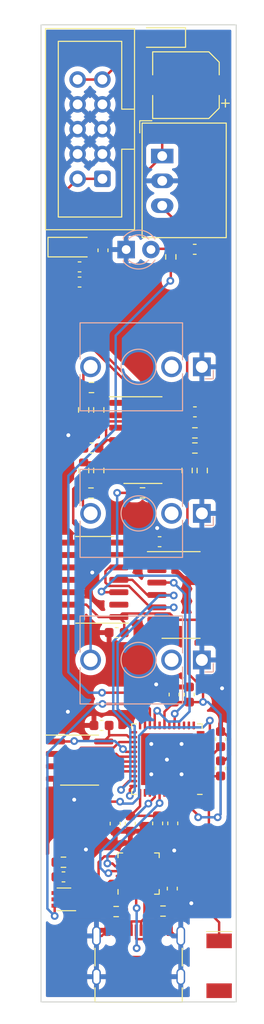
<source format=kicad_pcb>
(kicad_pcb (version 20221018) (generator pcbnew)
  (layers (0 "F.Cu" signal) (31 "B.Cu" signal) (34 "B.Paste" user) (35 "F.Paste" user) (36 "B.SilkS" user "B.Silkscreen") (37 "F.SilkS" user "F.Silkscreen") (38 "B.Mask" user) (39 "F.Mask" user) (44 "Edge.Cuts" user))
  (net 0 "")
  (net 1 "Net-(AE1-FEED)")
  (net 3 "+3V3")
  (net 4 "GND")
  (net 5 "+12V")
  (net 6 "-12V")
  (net 7 "RESET")
  (net 8 "VDDSDIO")
  (net 9 "VBUS")
  (net 10 "Net-(D1-A)")
  (net 11 "Net-(D2-K)")
  (net 12 "Net-(J5-CC1)")
  (net 13 "Net-(U8-D+)")
  (net 14 "Net-(U8-D-)")
  (net 16 "Net-(J5-CC2)")
  (net 18 "DTR")
  (net 19 "RTS")
  (net 20 "GPIO0")
  (net 21 "GPIO10")
  (net 22 "GPIO17")
  (net 23 "GPIO7")
  (net 24 "GPIO8")
  (net 25 "RAM_CLK")
  (net 26 "GPIO11")
  (net 46 "RXD")
  (net 47 "TXD")
  (net 54 "Net-(U8-VDD)")
  (net 71 "CS_0")
  (net 72 "SCK")
  (net 73 "MOSI")
  (net 76 "PITCH")
  (net 77 "YAW")
  (net 79 "CS_1")
  (net 83 "ROLL")
  (net 84 "Net-(J1-PadT)")
  (net 85 "Net-(J3-PadT)")
  (net 86 "Net-(J4-PadT)")
  (net 87 "V_BIAS")
  (net 88 "Net-(U4A--)")
  (net 89 "Net-(R12-Pad1)")
  (net 90 "Net-(U4B--)")
  (net 91 "Net-(R13-Pad1)")
  (net 92 "Net-(U4C--)")
  (net 93 "Net-(R14-Pad1)")
  (net 94 "Net-(U4D--)")
  (net 95 "Net-(D3-A)")
  (net 96 "GPIO2")
  (footprint "Resistor_SMD:R_0603_1608Metric" (layer "F.Cu") (at 177.2675 94.66 -90)
    (fp_text reference "R9" hide)
    (fp_text value "10k")
  )
  (footprint "Capacitor_SMD:C_0603_1608Metric" (layer "F.Cu") (at 170.05 111.25)
    (fp_text reference "C17" hide)
    (fp_text value "100n")
  )
  (footprint "Resistor_SMD:R_0603_1608Metric" (layer "F.Cu") (at 166.6675 94.66 -90)
    (fp_text reference "R5" hide)
    (fp_text value "3.3k")
  )
  (footprint "Connector_IDC:IDC-Header_2x05_P2.54mm_Vertical" (layer "F.Cu") (at 168.59 64.81 180)
    (fp_text reference "J2" hide)
    (fp_text value "Conn_02x05_Odd_Even")
  )
  (footprint "Capacitor_SMD:C_0603_1608Metric" (layer "F.Cu") (at 180.7 125.15 90)
    (fp_text reference "C13" hide)
    (fp_text value "100n")
  )
  (footprint "Package_SO:SOIC-8_3.9x4.9mm_P1.27mm" (layer "F.Cu") (at 166.25 124.3)
    (fp_text reference "U5" hide)
    (fp_text value "LY68L6400SLIT")
  )
  (footprint "AlexCustom:NN01-102" (layer "F.Cu") (at 180.55 145.35 -90)
    (fp_text reference "AE1" hide)
    (fp_text value "Antenna_Chip")
  )
  (footprint "Capacitor_SMD:C_0603_1608Metric" (layer "F.Cu") (at 175.94 117.59 90)
    (fp_text reference "C12" hide)
    (fp_text value "100n")
  )
  (footprint "Capacitor_SMD:C_0603_1608Metric" (layer "F.Cu") (at 174.45 101.95 180)
    (fp_text reference "C18" hide)
    (fp_text value "100n")
  )
  (footprint "Capacitor_SMD:C_0603_1608Metric" (layer "F.Cu") (at 168.65 72.125 -90)
    (fp_text reference "C9" hide)
    (fp_text value "10u")
  )
  (footprint "Resistor_SMD:R_0603_1608Metric" (layer "F.Cu") (at 164.6 134.75 180)
    (fp_text reference "R8" hide)
    (fp_text value "10k")
  )
  (footprint "Capacitor_SMD:C_0603_1608Metric" (layer "F.Cu") (at 166.25 75.375)
    (fp_text reference "C8" hide)
    (fp_text value "10u")
  )
  (footprint "Resistor_SMD:R_0603_1608Metric" (layer "F.Cu") (at 178.8175 94.66 -90)
    (fp_text reference "R7" hide)
    (fp_text value "3.3k")
  )
  (footprint "Package_TO_SOT_SMD:SOT-363_SC-70-6" (layer "F.Cu") (at 164.65 138.55 180)
    (fp_text reference "Q2" hide)
    (fp_text value "MUN5214DW1T1G")
  )
  (footprint "Resistor_SMD:R_0603_1608Metric" (layer "F.Cu") (at 167.4175 96.97 180)
    (fp_text reference "R13" hide)
    (fp_text value "220")
  )
  (footprint "Converter_DCDC:Converter_DCDC_RECOM_R-78E-0.5_THT" (layer "F.Cu") (at 174.7175 62.478 -90)
    (fp_text reference "U1" hide)
    (fp_text value "R-783.3-1.0")
  )
  (footprint "Capacitor_SMD:C_0603_1608Metric" (layer "F.Cu") (at 168.5 120.75 180)
    (fp_text reference "C15" hide)
    (fp_text value "100n")
  )
  (footprint "Package_SO:SOIC-14_3.9x8.7mm_P1.27mm" (layer "F.Cu") (at 176.65 107.4)
    (fp_text reference "U3" hide)
    (fp_text value "MCP4922-ESL")
  )
  (footprint "Connector_USB:USB_C_Receptacle_Palconn_UTC16-G" (layer "F.Cu") (at 172.3 144.225)
    (fp_text reference "J5" hide)
    (fp_text value "USB_C_Receptacle_USB2.0")
  )
  (footprint "Resistor_SMD:R_0603_1608Metric" (layer "F.Cu") (at 170 139.8 180)
    (fp_text reference "R10" hide)
    (fp_text value "5.1k")
  )
  (footprint "Capacitor_SMD:C_0603_1608Metric" (layer "F.Cu") (at 180.7 122.15 90)
    (fp_text reference "C4" hide)
    (fp_text value "10u")
  )
  (footprint "Resistor_SMD:R_0603_1608Metric" (layer "F.Cu") (at 166.6675 88.46 90)
    (fp_text reference "R4" hide)
    (fp_text value "3.3k")
  )
  (footprint "Capacitor_SMD:C_0603_1608Metric" (layer "F.Cu") (at 178.0675 88.66 180)
    (fp_text reference "C21" hide)
    (fp_text value "100n")
  )
  (footprint "Package_DFN_QFN:QFN-24-1EP_4x4mm_P0.5mm_EP2.6x2.6mm" (layer "F.Cu") (at 172.3 135.9125 90)
    (fp_text reference "U8" hide)
    (fp_text value "CP2104")
  )
  (footprint "Capacitor_SMD:C_0603_1608Metric" (layer "F.Cu") (at 171.45 130.8 -90)
    (fp_text reference "C11" hide)
    (fp_text value "100n")
  )
  (footprint "Resistor_SMD:R_0603_1608Metric" (layer "F.Cu") (at 178.0675 92.36)
    (fp_text reference "R1" hide)
    (fp_text value "2k")
  )
  (footprint "Resistor_SMD:R_0603_1608Metric" (layer "F.Cu") (at 172.7 96.95 180)
    (fp_text reference "R14" hide)
    (fp_text value "220")
  )
  (footprint "Capacitor_SMD:C_0603_1608Metric" (layer "F.Cu") (at 177.49 117.59 90)
    (fp_text reference "C1" hide)
    (fp_text value "10u")
  )
  (footprint "Capacitor_SMD:C_0603_1608Metric" (layer "F.Cu") (at 175.8 130.775 -90)
    (fp_text reference "C10" hide)
    (fp_text value "100n")
  )
  (footprint "Resistor_SMD:R_0603_1608Metric" (layer "F.Cu") (at 167.4675 86.17 180)
    (fp_text reference "R12" hide)
    (fp_text value "220")
  )
  (footprint "Capacitor_SMD:CP_Elec_6.3x5.4" (layer "F.Cu") (at 177.15 55.225 180)
    (fp_text reference "C5" hide)
    (fp_text value "100u")
  )
  (footprint "Resistor_SMD:R_0603_1608Metric" (layer "F.Cu") (at 174.8 139.75)
    (fp_text reference "R11" hide)
    (fp_text value "5.1k")
  )
  (footprint "Capacitor_SMD:C_0603_1608Metric" (layer "F.Cu") (at 167.4675 92.36)
    (fp_text reference "C20" hide)
    (fp_text value "100n")
  )
  (footprint "Resistor_SMD:R_0603_1608Metric" (layer "F.Cu") (at 178.0675 90.81 180)
    (fp_text reference "R2" hide)
    (fp_text value "1.2k")
  )
  (footprint "Resistor_SMD:R_0603_1608Metric" (layer "F.Cu") (at 175.6 72.8 -90)
    (fp_text reference "R15" hide)
    (fp_text value "1.2k")
  )
  (footprint "Capacitor_SMD:C_0603_1608Metric" (layer "F.Cu") (at 175.75 137.45 -90)
    (fp_text reference "C19" hide)
    (fp_text value "100n")
  )
  (footprint "Package_DFN_QFN:QFN-48-1EP_7x7mm_P0.5mm_EP5.3x5.3mm" (layer "F.Cu") (at 175.2 124.2 180)
    (fp_text reference "U6" hide)
    (fp_text value "ESP32-PICO-D4")
  )
  (footprint "Package_SO:SOIC-14_3.9x8.7mm_P1.27mm" (layer "F.Cu") (at 167.8 105.85 180)
    (fp_text reference "U2" hide)
    (fp_text value "MCP4922-ESL")
  )
  (footprint "Capacitor_SMD:C_0603_1608Metric" (layer "F.Cu") (at 178.05 72.025)
    (fp_text reference "C16" hide)
    (fp_text value "10u")
  )
  (footprint "Capacitor_SMD:C_0603_1608Metric" (layer "F.Cu") (at 174.25 130.775 -90)
    (fp_text reference "C2" hide)
    (fp_text value "10u")
  )
  (footprint "Capacitor_SMD:C_0603_1608Metric" (layer "F.Cu") (at 166.25 73.825)
    (fp_text reference "C7" hide)
    (fp_text value "10u")
  )
  (footprint "Capacitor_SMD:C_0603_1608Metric" (layer "F.Cu") (at 169.9 130.8 -90)
    (fp_text reference "C3" hide)
    (fp_text value "10u")
  )
  (footprint "Capacitor_SMD:C_0603_1608Metric" (layer "F.Cu") (at 164.6 136.25)
    (fp_text reference "C14" hide)
    (fp_text value "1u")
  )
  (footprint "Diode_SMD:D_SOD-123" (layer "F.Cu") (at 165.375 71.8)
    (fp_text reference "D2" hide)
    (fp_text value "SM4007")
  )
  (footprint "Resistor_SMD:R_0603_1608Metric" (layer "F.Cu") (at 168.2175 88.46 90)
    (fp_text reference "R3" hide)
    (fp_text value "10k")
  )
  (footprint "Package_SO:SOIC-14_3.9x8.7mm_P1.27mm" (layer "F.Cu") (at 172.7425 91.55)
    (fp_text reference "U4" hide)
    (fp_text value "LM324")
  )
  (footprint "Diode_SMD:D_SOD-123" (layer "F.Cu") (at 174.75 50.35 180)
    (fp_text reference "D1" hide)
    (fp_text value "SM4007")
  )
  (footprint "Resistor_SMD:R_0603_1608Metric" (layer "F.Cu") (at 168.2175 94.66 -90)
    (fp_text reference "R6" hide)
    (fp_text value "10k")
  )
  (footprint "LED_THT:LED_D3.0mm" (layer "B.Cu") (at 171.025 72.05)
    (fp_text reference "D3" hide)
    (fp_text value "LED")
  )
  (footprint "Connector_Audio:Jack_3.5mm_QingPu_WQP-PJ398SM_Vertical_CircularHoles" (layer "B.Cu") (at 178.78 99.05 90)
    (fp_text reference "J3" hide)
    (fp_text value "AudioJack2_SwitchT")
  )
  (footprint "Connector_Audio:Jack_3.5mm_QingPu_WQP-PJ398SM_Vertical_CircularHoles" (layer "B.Cu") (at 178.78 114.05 90)
    (fp_text reference "J4" hide)
    (fp_text value "AudioJack2_SwitchT")
  )
  (footprint "Connector_Audio:Jack_3.5mm_QingPu_WQP-PJ398SM_Vertical_CircularHoles" (layer "B.Cu") (at 178.78 84.05 90)
    (fp_text reference "J1" hide)
    (fp_text value "AudioJack2_SwitchT")
  )
  (gr_rect (start 162.3 49.05) (end 182.3 149.05) (stroke (width 0.1)) (fill none) (layer "Edge.Cuts"))
  (segment (start 179.09974 126.45) (end 179.5 126.85026) (width 0.25) (layer "F.Cu") (net 1))
  (segment (start 179.5 139.85) (end 180.55 140.9) (width 0.25) (layer "F.Cu") (net 1))
  (segment (start 180.55 140.9) (end 180.55 142.8) (width 0.25) (layer "F.Cu") (net 1))
  (segment (start 179.5 126.85026) (end 179.5 139.85) (width 0.25) (layer "F.Cu") (net 1))
  (segment (start 178.65 126.45) (end 179.09974 126.45) (width 0.25) (layer "F.Cu") (net 1))
  (segment (start 176.95 128.5) (end 177.7 129.25) (width 0.25) (layer "F.Cu") (net 3))
  (segment (start 178.65 126.95) (end 178.65 128.3) (width 0.25) (layer "F.Cu") (net 3))
  (segment (start 170.64 109.295) (end 175.499695 109.295) (width 0.25) (layer "F.Cu") (net 3))
  (segment (start 177.31 104.86) (end 176.04 103.59) (width 0.25) (layer "F.Cu") (net 3))
  (segment (start 177.4 109.94) (end 179.125 109.94) (width 0.25) (layer "F.Cu") (net 3))
  (segment (start 177.7 129.25) (end 176.95 130) (width 0.25) (layer "F.Cu") (net 3))
  (segment (start 178.9 118.35) (end 178.9 116.965948) (width 0.25) (layer "F.Cu") (net 3))
  (segment (start 180.099999 109.94) (end 180.425 109.614999) (width 0.25) (layer "F.Cu") (net 3))
  (segment (start 180.425 105.185001) (end 180.099999 104.86) (width 0.25) (layer "F.Cu") (net 3))
  (segment (start 164.350001 108.39) (end 164.025 108.064999) (width 0.25) (layer "F.Cu") (net 3))
  (segment (start 174.95 119.355) (end 175.94 118.365) (width 0.25) (layer "F.Cu") (net 3))
  (segment (start 164.025 108.064999) (end 164.025 106.175001) (width 0.25) (layer "F.Cu") (net 3))
  (segment (start 173.675 103.09) (end 174.175 103.59) (width 0.25) (layer "F.Cu") (net 3))
  (segment (start 180.7 125.925) (end 180.7 129.85) (width 0.25) (layer "F.Cu") (net 3))
  (segment (start 178.9 116.965948) (end 177.4 115.465948) (width 0.25) (layer "F.Cu") (net 3))
  (segment (start 178.885 118.365) (end 178.9 118.35) (width 0.25) (layer "F.Cu") (net 3))
  (segment (start 168.21 109.66) (end 170.275 109.66) (width 0.25) (layer "F.Cu") (net 3))
  (segment (start 180.099999 104.86) (end 179.125 104.86) (width 0.25) (layer "F.Cu") (net 3))
  (segment (start 165.325 108.39) (end 164.350001 108.39) (width 0.25) (layer "F.Cu") (net 3))
  (segment (start 176.144695 109.94) (end 177.4 109.94) (width 0.25) (layer "F.Cu") (net 3))
  (segment (start 165.425 132.825) (end 168.225 130.025) (width 0.25) (layer "F.Cu") (net 3))
  (segment (start 164.025 105.524999) (end 164.350001 105.85) (width 0.25) (layer "F.Cu") (net 3))
  (segment (start 173.675 101.95) (end 173.675 103.09) (width 0.25) (layer "F.Cu") (net 3))
  (segment (start 178.4 129.95) (end 178.4 130.15) (width 0.25) (layer "F.Cu") (net 3))
  (segment (start 165.425 134.75) (end 165.425 132.825) (width 0.25) (layer "F.Cu") (net 3))
  (segment (start 180.425 109.614999) (end 180.425 107.675) (width 0.25) (layer "F.Cu") (net 3))
  (segment (start 178.65 125.95) (end 179.7 125.95) (width 0.25) (layer "F.Cu") (net 3))
  (segment (start 169.9 130.025) (end 171.45 130.025) (width 0.25) (layer "F.Cu") (net 3))
  (segment (start 165.325 103.31) (end 164.350001 103.31) (width 0.25) (layer "F.Cu") (net 3))
  (segment (start 164.350001 103.31) (end 164.025 103.635001) (width 0.25) (layer "F.Cu") (net 3))
  (segment (start 180.099999 107.4) (end 180.425 107.074999) (width 0.25) (layer "F.Cu") (net 3))
  (segment (start 178.025 91.4925) (end 178.8925 92.36) (width 0.25) (layer "F.Cu") (net 3))
  (segment (start 172.45 127.65) (end 172.45 129.025) (width 0.25) (layer "F.Cu") (net 3))
  (segment (start 174.25 130) (end 175.8 130) (width 0.25) (layer "F.Cu") (net 3))
  (segment (start 180.8 94.2675) (end 180.8 104.25) (width 0.25) (layer "F.Cu") (net 3))
  (segment (start 164.025 103.635001) (end 164.025 105.524999) (width 0.25) (layer "F.Cu") (net 3))
  (segment (start 177.4 115.465948) (end 177.4 109.94) (width 0.25) (layer "F.Cu") (net 3))
  (segment (start 174.7175 67.7425) (end 177.275 70.3) (width 0.25) (layer "F.Cu") (net 3))
  (segment (start 177.7 129.25) (end 178.4 129.95) (width 0.25) (layer "F.Cu") (net 3))
  (segment (start 176.95 127.65) (end 176.95 128.5) (width 0.25) (layer "F.Cu") (net 3))
  (segment (start 176.04 103.59) (end 174.175 103.59) (width 0.25) (layer "F.Cu") (net 3))
  (segment (start 174.95 120.75) (end 174.95 119.355) (width 0.25) (layer "F.Cu") (net 3))
  (segment (start 171.475 130) (end 171.45 130.025) (width 0.25) (layer "F.Cu") (net 3))
  (segment (start 175.94 118.365) (end 177.49 118.365) (width 0.25) (layer "F.Cu") (net 3))
  (segment (start 165.325 108.39) (end 166.94 108.39) (width 0.25) (layer "F.Cu") (net 3))
  (segment (start 178.55 89.725) (end 178.025 90.25) (width 0.25) (layer "F.Cu") (net 3))
  (segment (start 166.94 108.39) (end 168.21 109.66) (width 0.25) (layer "F.Cu") (net 3))
  (segment (start 177.275 72.025) (end 177.275 85.575) (width 0.25) (layer "F.Cu") (net 3))
  (segment (start 178.8925 92.36) (end 180.8 94.2675) (width 0.25) (layer "F.Cu") (net 3))
  (segment (start 179.675 89.086552) (end 179.036552 89.725) (width 0.25) (layer "F.Cu") (net 3))
  (segment (start 179.125 107.4) (end 180.099999 107.4) (width 0.25) (layer "F.Cu") (net 3))
  (segment (start 170.825 110.21) (end 170.275 109.66) (width 0.25) (layer "F.Cu") (net 3))
  (segment (start 179.7 125.95) (end 180.675 125.95) (width 0.25) (layer "F.Cu") (net 3))
  (segment (start 178.65 125.45) (end 178.65 125.95) (width 0.25) (layer "F.Cu") (net 3))
  (segment (start 178.025 90.25) (end 178.025 91.4925) (width 0.25) (layer "F.Cu") (net 3))
  (segment (start 178.65 128.3) (end 177.7 129.25) (width 0.25) (layer "F.Cu") (net 3))
  (segment (start 179.125 104.86) (end 177.31 104.86) (width 0.25) (layer "F.Cu") (net 3))
  (segment (start 174.25 130) (end 171.475 130) (width 0.25) (layer "F.Cu") (net 3))
  (segment (start 164.025 106.175001) (end 164.350001 105.85) (width 0.25) (layer "F.Cu") (net 3))
  (segment (start 177.275 70.3) (end 177.275 72.025) (width 0.25) (layer "F.Cu") (net 3))
  (segment (start 175.45 129.65) (end 175.8 130) (width 0.25) (layer "F.Cu") (net 3))
  (segment (start 168.225 130.025) (end 169.9 130.025) (width 0.25) (layer "F.Cu") (net 3))
  (segment (start 177.275 85.575) (end 179.675 87.975) (width 0.25) (layer "F.Cu") (net 3))
  (segment (start 180.425 107.675) (end 180.15 107.4) (width 0.25) (layer "F.Cu") (net 3))
  (segment (start 176.95 130) (end 175.8 130) (width 0.25) (layer "F.Cu") (net 3))
  (segment (start 175.45 127.65) (end 175.45 129.65) (width 0.25) (layer "F.Cu") (net 3))
  (segment (start 180.675 125.95) (end 180.7 125.925) (width 0.25) (layer "F.Cu") (net 3))
  (segment (start 164.350001 105.85) (end 165.325 105.85) (width 0.25) (layer "F.Cu") (net 3))
  (segment (start 172.45 129.025) (end 171.45 130.025) (width 0.25) (layer "F.Cu") (net 3))
  (segment (start 180.15 107.4) (end 179.125 107.4) (width 0.25) (layer "F.Cu") (net 3))
  (segment (start 180.8 104.25) (end 180.19 104.86) (width 0.25) (layer "F.Cu") (net 3))
  (segment (start 170.275 109.66) (end 170.64 109.295) (width 0.25) (layer "F.Cu") (net 3))
  (segment (start 174.7175 67.558) (end 174.7175 67.7425) (width 0.25) (layer "F.Cu") (net 3))
  (segment (start 180.7 129.85) (end 180.4 130.15) (width 0.25) (layer "F.Cu") (net 3))
  (segment (start 175.499695 109.295) (end 176.144695 109.94) (width 0.25) (layer "F.Cu") (net 3))
  (segment (start 180.425 107.074999) (end 180.425 105.185001) (width 0.25) (layer "F.Cu") (net 3))
  (segment (start 177.49 118.365) (end 178.885 118.365) (width 0.25) (layer "F.Cu") (net 3))
  (segment (start 179.125 109.94) (end 180.099999 109.94) (width 0.25) (layer "F.Cu") (net 3))
  (segment (start 170.825 111.25) (end 170.825 110.21) (width 0.25) (layer "F.Cu") (net 3))
  (segment (start 179.036552 89.725) (end 178.55 89.725) (width 0.25) (layer "F.Cu") (net 3))
  (segment (start 180.19 104.86) (end 179.125 104.86) (width 0.25) (layer "F.Cu") (net 3))
  (segment (start 179.7 125.95) (end 179.7 123.925) (width 0.25) (layer "F.Cu") (net 3))
  (segment (start 179.7 123.925) (end 180.7 122.925) (width 0.25) (layer "F.Cu") (net 3))
  (segment (start 179.675 87.975) (end 179.675 89.086552) (width 0.25) (layer "F.Cu") (net 3))
  (via (at 178.4 130.15) (size 0.8) (drill 0.4) (layers "F.Cu" "B.Cu") (net 3))
  (via (at 178.9 118.35) (size 0.8) (drill 0.4) (layers "F.Cu" "B.Cu") (net 3))
  (via (at 180.4 130.15) (size 0.8) (drill 0.4) (layers "F.Cu" "B.Cu") (net 3))
  (segment (start 180.4 130.15) (end 178.4 130.15) (width 0.25) (layer "B.Cu") (net 3))
  (segment (start 180.7 129.85) (end 180.7 119.65) (width 0.25) (layer "B.Cu") (net 3))
  (segment (start 180.4 130.15) (end 180.7 129.85) (width 0.25) (layer "B.Cu") (net 3))
  (segment (start 180.7 119.65) (end 179.4 118.35) (width 0.25) (layer "B.Cu") (net 3))
  (segment (start 179.4 118.35) (end 178.9 118.35) (width 0.25) (layer "B.Cu") (net 3))
  (segment (start 171.55 137.85) (end 171.55 138.31224) (width 0.25) (layer "F.Cu") (net 4))
  (segment (start 177.38 106.13) (end 175.485 104.235) (width 0.25) (layer "F.Cu") (net 4))
  (segment (start 170.125 138.85) (end 169.175 139.8) (width 0.25) (layer "F.Cu") (net 4))
  (segment (start 172.485 104.235) (end 172.3 104.05) (width 0.25) (layer "F.Cu") (net 4))
  (segment (start 171.01224 138.85) (end 170.125 138.85) (width 0.25) (layer "F.Cu") (net 4))
  (segment (start 175.2175 90.28) (end 175.6725 90.28) (width 0.25) (layer "F.Cu") (net 4))
  (segment (start 176.08 142.295) (end 175.5 141.715) (width 0.25) (layer "F.Cu") (net 4))
  (segment (start 169.1 141.715) (end 169.1 139.875) (width 0.25) (layer "F.Cu") (net 4))
  (segment (start 171.55 137.85) (end 171.55 136.6625) (width 0.25) (layer "F.Cu") (net 4))
  (segment (start 171.55 138.31224) (end 171.01224 138.85) (width 0.25) (layer "F.Cu") (net 4))
  (segment (start 179.125 106.13) (end 177.38 106.13) (width 0.25) (layer "F.Cu") (net 4))
  (segment (start 180.7 124.375) (end 181.075 124.375) (width 0.25) (layer "F.Cu") (net 4))
  (segment (start 169.1 139.875) (end 169.175 139.8) (width 0.25) (layer "F.Cu") (net 4))
  (segment (start 181.675 122.125) (end 180.925 121.375) (width 0.25) (layer "F.Cu") (net 4))
  (segment (start 180.925 121.375) (end 180.7 121.375) (width 0.25) (layer "F.Cu") (net 4))
  (segment (start 175.6725 90.28) (end 177.2925 88.66) (width 0.25) (layer "F.Cu") (net 4))
  (segment (start 175.5 139.875) (end 175.625 139.75) (width 0.25) (layer "F.Cu") (net 4))
  (segment (start 167.98 142.295) (end 168.52 142.295) (width 0.25) (layer "F.Cu") (net 4))
  (segment (start 175.5 141.715) (end 175.5 139.875) (width 0.25) (layer "F.Cu") (net 4))
  (segment (start 181.075 124.375) (end 181.675 123.775) (width 0.25) (layer "F.Cu") (net 4))
  (segment (start 168.52 142.295) (end 169.1 141.715) (width 0.25) (layer "F.Cu") (net 4))
  (segment (start 181.675 123.775) (end 181.675 122.125) (width 0.25) (layer "F.Cu") (net 4))
  (segment (start 171.55 136.6625) (end 172.3 135.9125) (width 0.25) (layer "F.Cu") (net 4))
  (segment (start 175.485 104.235) (end 172.485 104.235) (width 0.25) (layer "F.Cu") (net 4))
  (segment (start 176.62 142.295) (end 176.08 142.295) (width 0.25) (layer "F.Cu") (net 4))
  (via (at 176.7 122.65) (size 0.8) (drill 0.4) (layers "F.Cu" "B.Cu") (net 4))
  (via (at 180.85 116.95) (size 0.8) (drill 0.4) (layers "F.Cu" "B.Cu") (net 4))
  (via (at 165.1 91.05) (size 0.8) (drill 0.4) (layers "F.Cu" "B.Cu") (net 4))
  (via (at 167.55 105.1) (size 0.8) (drill 0.4) (layers "F.Cu" "B.Cu") (net 4))
  (via (at 176.7 125.75) (size 0.8) (drill 0.4) (layers "F.Cu" "B.Cu") (net 4))
  (via (at 166.9 133.45) (size 0.8) (drill 0.4) (layers "F.Cu" "B.Cu") (net 4))
  (via (at 174.1 116.55) (size 0.8) (drill 0.4) (layers "F.Cu" "B.Cu") (net 4))
  (via (at 165.7 128.35) (size 0.8) (drill 0.4) (layers "F.Cu" "B.Cu") (net 4))
  (via (at 174.2 100.55) (size 0.8) (drill 0.4) (layers "F.Cu" "B.Cu") (net 4))
  (via (at 173.6 122.65) (size 0.8) (drill 0.4) (layers "F.Cu" "B.Cu") (net 4))
  (via (at 175.2 124.25) (size 0.8) (drill 0.4) (layers "F.Cu" "B.Cu") (net 4))
  (via (at 177.7 138.95) (size 0.8) (drill 0.4) (layers "F.Cu" "B.Cu") (net 4))
  (via (at 175.95 133.55) (size 0.8) (drill 0.4) (layers "F.Cu" "B.Cu") (net 4))
  (via (at 165.05 119.35) (size 0.8) (drill 0.4) (layers "F.Cu" "B.Cu") (net 4))
  (via (at 173.6 125.75) (size 0.8) (drill 0.4) (layers "F.Cu" "B.Cu") (net 4))
  (segment (start 176.4 51.675) (end 179.95 55.225) (width 0.25) (layer "F.Cu") (net 5))
  (segment (start 169.261592 89.635) (end 168.9675 89.929092) (width 0.25) (layer "F.Cu") (net 5))
  (segment (start 166.25 80.836396) (end 171.625 86.211396) (width 0.25) (layer "F.Cu") (net 5))
  (segment (start 170.2675 91.55) (end 169.0525 91.55) (width 0.25) (layer "F.Cu") (net 5))
  (segment (start 174.7175 60.4575) (end 174.7175 62.478) (width 0.25) (layer "F.Cu") (net 5))
  (segment (start 168.65 71.35) (end 168.65 70.55) (width 0.25) (layer "F.Cu") (net 5))
  (segment (start 166.7 70.3) (end 166.25 70.75) (width 0.25) (layer "F.Cu") (net 5))
  (segment (start 168.65 70.55) (end 168.4 70.3) (width 0.25) (layer "F.Cu") (net 5))
  (segment (start 168.4 70.3) (end 168.4 68.7955) (width 0.25) (layer "F.Cu") (net 5))
  (segment (start 171.625 86.211396) (end 171.625 89.4) (width 0.25) (layer "F.Cu") (net 5))
  (segment (start 166.25 70.75) (end 166.25 80.836396) (width 0.25) (layer "F.Cu") (net 5))
  (segment (start 171.625 89.4) (end 171.39 89.635) (width 0.25) (layer "F.Cu") (net 5))
  (segment (start 168.9675 91.465) (end 169.0525 91.55) (width 0.25) (layer "F.Cu") (net 5))
  (segment (start 169.0525 91.55) (end 168.2425 92.36) (width 0.25) (layer "F.Cu") (net 5))
  (segment (start 171.39 89.635) (end 169.261592 89.635) (width 0.25) (layer "F.Cu") (net 5))
  (segment (start 168.9675 89.929092) (end 168.9675 91.465) (width 0.25) (layer "F.Cu") (net 5))
  (segment (start 179.95 55.225) (end 174.7175 60.4575) (width 0.25) (layer "F.Cu") (net 5))
  (segment (start 168.4 70.3) (end 166.7 70.3) (width 0.25) (layer "F.Cu") (net 5))
  (segment (start 176.4 50.35) (end 176.4 51.675) (width 0.25) (layer "F.Cu") (net 5))
  (segment (start 168.4 68.7955) (end 174.7175 62.478) (width 0.25) (layer "F.Cu") (net 5))
  (segment (start 172.075 91.1) (end 172.525 91.55) (width 0.25) (layer "F.Cu") (net 6))
  (segment (start 178.64 88.66) (end 178.8425 88.66) (width 0.25) (layer "F.Cu") (net 6))
  (segment (start 172.525 91.55) (end 175.2175 91.55) (width 0.25) (layer "F.Cu") (net 6))
  (segment (start 172.075 86.025) (end 172.075 91.1) (width 0.25) (layer "F.Cu") (net 6))
  (segment (start 177.55 89.75) (end 178.64 88.66) (width 0.25) (layer "F.Cu") (net 6))
  (segment (start 176.192499 91.55) (end 176.5175 91.224999) (width 0.25) (layer "F.Cu") (net 6))
  (segment (start 167.025 80.975) (end 172.075 86.025) (width 0.25) (layer "F.Cu") (net 6))
  (segment (start 177 89.75) (end 177.55 89.75) (width 0.25) (layer "F.Cu") (net 6))
  (segment (start 167.025 73.825) (end 167.025 75.375) (width 0.25) (layer "F.Cu") (net 6))
  (segment (start 176.5175 91.224999) (end 176.5175 90.2325) (width 0.25) (layer "F.Cu") (net 6))
  (segment (start 167.025 75.375) (end 167.025 80.975) (width 0.25) (layer "F.Cu") (net 6))
  (segment (start 167.025 71.8) (end 167.025 73.825) (width 0.25) (layer "F.Cu") (net 6))
  (segment (start 176.5175 90.2325) (end 177 89.75) (width 0.25) (layer "F.Cu") (net 6))
  (segment (start 175.2175 91.55) (end 176.192499 91.55) (width 0.25) (layer "F.Cu") (net 6))
  (segment (start 179.1 122.95) (end 179.6 122.45) (width 0.25) (layer "F.Cu") (net 7))
  (segment (start 163.775 136.2) (end 163.825 136.25) (width 0.25) (layer "F.Cu") (net 7))
  (segment (start 165.35 137.9) (end 165.6 137.9) (width 0.25) (layer "F.Cu") (net 7))
  (segment (start 163.825 136.375) (end 165.35 137.9) (width 0.25) (layer "F.Cu") (net 7))
  (segment (start 163.775 134.75) (end 163.775 136.2) (width 0.25) (layer "F.Cu") (net 7))
  (segment (start 163.775 134.75) (end 163.775 132.975) (width 0.25) (layer "F.Cu") (net 7))
  (segment (start 178.65 122.95) (end 179.1 122.95) (width 0.25) (layer "F.Cu") (net 7))
  (segment (start 163.825 136.25) (end 163.825 136.375) (width 0.25) (layer "F.Cu") (net 7))
  (segment (start 179.6 122.45) (end 179.6 120.25) (width 0.25) (layer "F.Cu") (net 7))
  (segment (start 163.775 132.975) (end 168.2 128.55) (width 0.25) (layer "F.Cu") (net 7))
  (segment (start 168.2 128.55) (end 170.4 128.55) (width 0.25) (layer "F.Cu") (net 7))
  (via (at 179.6 120.25) (size 0.8) (drill 0.4) (layers "F.Cu" "B.Cu") (net 7))
  (via (at 170.4 128.55) (size 0.8) (drill 0.4) (layers "F.Cu" "B.Cu") (net 7))
  (segment (start 170.6 128.75) (end 171.7 128.75) (width 0.25) (layer "B.Cu") (net 7))
  (segment (start 178.9 120.95) (end 179.6 120.25) (width 0.25) (layer "B.Cu") (net 7))
  (segment (start 172.35 121.8) (end 173.2 120.95) (width 0.25) (layer "B.Cu") (net 7))
  (segment (start 170.4 128.55) (end 170.6 128.75) (width 0.25) (layer "B.Cu") (net 7))
  (segment (start 173.2 120.95) (end 178.9 120.95) (width 0.25) (layer "B.Cu") (net 7))
  (segment (start 172.35 128.1) (end 172.35 121.8) (width 0.25) (layer "B.Cu") (net 7))
  (segment (start 171.7 128.75) (end 172.35 128.1) (width 0.25) (layer "B.Cu") (net 7))
  (segment (start 169.275 121.845) (end 168.725 122.395) (width 0.25) (layer "F.Cu") (net 8))
  (segment (start 171.30026 121.95) (end 171.10026 121.75) (width 0.25) (layer "F.Cu") (net 8))
  (segment (start 169.275 120.75) (end 169.275 121.845) (width 0.25) (layer "F.Cu") (net 8))
  (segment (start 171.75 121.95) (end 171.30026 121.95) (width 0.25) (layer "F.Cu") (net 8))
  (segment (start 169.37 121.75) (end 169.275 121.845) (width 0.25) (layer "F.Cu") (net 8))
  (segment (start 171.10026 121.75) (end 169.37 121.75) (width 0.25) (layer "F.Cu") (net 8))
  (segment (start 170.6 143.75) (end 171.3 144.45) (width 0.25) (layer "F.Cu") (net 9))
  (segment (start 174.1 142.910406) (end 174.7 142.310406) (width 0.25) (layer "F.Cu") (net 9))
  (segment (start 171.3 144.45) (end 173.3 144.45) (width 0.25) (layer "F.Cu") (net 9))
  (segment (start 174.2375 136.6625) (end 175.7375 136.6625) (width 0.25) (layer "F.Cu") (net 9))
  (segment (start 169.9 141.715) (end 169.9 142.310406) (width 0.25) (layer "F.Cu") (net 9))
  (segment (start 173.3 144.45) (end 174.1 143.65) (width 0.25) (layer "F.Cu") (net 9))
  (segment (start 174.1 143.65) (end 174.1 142.910406) (width 0.25) (layer "F.Cu") (net 9))
  (segment (start 169.9 142.310406) (end 170.6 143.010406) (width 0.25) (layer "F.Cu") (net 9))
  (segment (start 174.7 142.310406) (end 174.7 141.715) (width 0.25) (layer "F.Cu") (net 9))
  (segment (start 175.7375 136.6625) (end 175.75 136.675) (width 0.25) (layer "F.Cu") (net 9))
  (segment (start 174.2375 137.1625) (end 174.2375 136.6625) (width 0.25) (layer "F.Cu") (net 9))
  (segment (start 174.7 137.625) (end 174.2375 137.1625) (width 0.25) (layer "F.Cu") (net 9))
  (segment (start 174.7 141.715) (end 174.7 137.625) (width 0.25) (layer "F.Cu") (net 9))
  (segment (start 170.6 143.010406) (end 170.6 143.75) (width 0.25) (layer "F.Cu") (net 9))
  (segment (start 172.89 50.35) (end 173.1 50.35) (width 0.25) (layer "F.Cu") (net 10))
  (segment (start 168.59 54.65) (end 172.89 50.35) (width 0.25) (layer "F.Cu") (net 10))
  (segment (start 166.05 54.65) (end 168.59 54.65) (width 0.25) (layer "F.Cu") (net 10))
  (segment (start 166.05 64.81) (end 168.59 64.81) (width 0.25) (layer "F.Cu") (net 11))
  (segment (start 163.725 71.8) (end 163.725 67.135) (width 0.25) (layer "F.Cu") (net 11))
  (segment (start 163.725 67.135) (end 166.05 64.81) (width 0.25) (layer "F.Cu") (net 11))
  (segment (start 171.05 140.025) (end 170.825 139.8) (width 0.25) (layer "F.Cu") (net 12))
  (segment (start 171.05 141.715) (end 171.05 140.025) (width 0.25) (layer "F.Cu") (net 12))
  (segment (start 172.075 142.62) (end 173.025 142.62) (width 0.25) (layer "F.Cu") (net 13))
  (segment (start 172.05 141.715) (end 172.05 142.595) (width 0.25) (layer "F.Cu") (net 13))
  (segment (start 172.05 142.595) (end 172.1 142.645) (width 0.25) (layer "F.Cu") (net 13))
  (segment (start 172.05 137.85) (end 172.05 139.4) (width 0.25) (layer "F.Cu") (net 13))
  (segment (start 173.025 142.62) (end 173.05 142.595) (width 0.25) (layer "F.Cu") (net 13))
  (segment (start 172.1 142.645) (end 172.1 143.55) (width 0.25) (layer "F.Cu") (net 13))
  (segment (start 172.05 142.595) (end 172.075 142.62) (width 0.25) (layer "F.Cu") (net 13))
  (segment (start 173.05 142.595) (end 173.05 141.715) (width 0.25) (layer "F.Cu") (net 13))
  (segment (start 172.05 139.4) (end 172.1 139.45) (width 0.25) (layer "F.Cu") (net 13))
  (via (at 172.1 139.45) (size 0.8) (drill 0.4) (layers "F.Cu" "B.Cu") (net 13))
  (via (at 172.1 143.55) (size 0.8) (drill 0.4) (layers "F.Cu" "B.Cu") (net 13))
  (segment (start 172.1 143.55) (end 172.1 139.45) (width 0.25) (layer "B.Cu") (net 13))
  (segment (start 172.9 138.66224) (end 172.55 138.31224) (width 0.25) (layer "F.Cu") (net 14))
  (segment (start 172.55 138.31224) (end 172.55 137.85) (width 0.25) (layer "F.Cu") (net 14))
  (segment (start 171.575 140.81) (end 172.525 140.81) (width 0.25) (layer "F.Cu") (net 14))
  (segment (start 172.9 140.485) (end 172.9 138.66224) (width 0.25) (layer "F.Cu") (net 14))
  (segment (start 172.525 140.81) (end 172.55 140.835) (width 0.25) (layer "F.Cu") (net 14))
  (segment (start 172.55 140.835) (end 172.9 140.485) (width 0.25) (layer "F.Cu") (net 14))
  (segment (start 171.55 141.715) (end 171.55 140.835) (width 0.25) (layer "F.Cu") (net 14))
  (segment (start 171.55 140.835) (end 171.575 140.81) (width 0.25) (layer "F.Cu") (net 14))
  (segment (start 172.55 140.835) (end 172.55 141.715) (width 0.25) (layer "F.Cu") (net 14))
  (segment (start 174.05 139.825) (end 173.975 139.75) (width 0.25) (layer "F.Cu") (net 16))
  (segment (start 174.05 141.715) (end 174.05 139.825) (width 0.25) (layer "F.Cu") (net 16))
  (segment (start 163.7 138.55) (end 164.288604 138.55) (width 0.25) (layer "F.Cu") (net 18))
  (segment (start 166.85 139.2) (end 169.3875 136.6625) (width 0.25) (layer "F.Cu") (net 18))
  (segment (start 169.3875 136.6625) (end 170.3625 136.6625) (width 0.25) (layer "F.Cu") (net 18))
  (segment (start 165.6 139.2) (end 166.85 139.2) (width 0.25) (layer "F.Cu") (net 18))
  (segment (start 164.288604 138.55) (end 164.938604 139.2) (width 0.25) (layer "F.Cu") (net 18))
  (segment (start 164.938604 139.2) (end 165.6 139.2) (width 0.25) (layer "F.Cu") (net 18))
  (segment (start 168.8 134.15) (end 169.85 134.15) (width 0.25) (layer "F.Cu") (net 19))
  (segment (start 166.4 138.55) (end 168.2 136.75) (width 0.25) (layer "F.Cu") (net 19))
  (segment (start 168.2 136.75) (end 168.2 134.75) (width 0.25) (layer "F.Cu") (net 19))
  (segment (start 169.85 134.15) (end 170.3625 134.6625) (width 0.25) (layer "F.Cu") (net 19))
  (segment (start 164.925 138.55) (end 165.6 138.55) (width 0.25) (layer "F.Cu") (net 19))
  (segment (start 168.2 134.75) (end 168.8 134.15) (width 0.25) (layer "F.Cu") (net 19))
  (segment (start 165.6 138.55) (end 166.4 138.55) (width 0.25) (layer "F.Cu") (net 19))
  (segment (start 163.7 137.9) (end 164.275 137.9) (width 0.25) (layer "F.Cu") (net 19))
  (segment (start 164.275 137.9) (end 164.925 138.55) (width 0.25) (layer "F.Cu") (net 19))
  (segment (start 172.95 119.25) (end 172.95 120.75) (width 0.25) (layer "F.Cu") (net 20))
  (segment (start 172.25 118.55) (end 172.95 119.25) (width 0.25) (layer "F.Cu") (net 20))
  (segment (start 163.7 139.2) (end 163.7 140.25) (width 0.25) (layer "F.Cu") (net 20))
  (segment (start 168.6 118.55) (end 172.25 118.55) (width 0.25) (layer "F.Cu") (net 20))
  (via (at 163.7 140.25) (size 0.8) (drill 0.4) (layers "F.Cu" "B.Cu") (net 20))
  (via (at 168.6 118.55) (size 0.8) (drill 0.4) (layers "F.Cu" "B.Cu") (net 20))
  (segment (start 168 118.55) (end 162.95 123.6) (width 0.25) (layer "B.Cu") (net 20))
  (segment (start 162.95 123.6) (end 162.95 139.5) (width 0.25) (layer "B.Cu") (net 20))
  (segment (start 168.6 118.55) (end 168 118.55) (width 0.25) (layer "B.Cu") (net 20))
  (segment (start 162.95 139.5) (end 163.7 140.25) (width 0.25) (layer "B.Cu") (net 20))
  (segment (start 165.655 122.395) (end 163.775 122.395) (width 0.25) (layer "F.Cu") (net 21))
  (segment (start 170.7 123.1745) (end 170.9755 123.45) (width 0.25) (layer "F.Cu") (net 21))
  (segment (start 165.7 122.35) (end 165.655 122.395) (width 0.25) (layer "F.Cu") (net 21))
  (segment (start 170.9755 123.45) (end 171.75 123.45) (width 0.25) (layer "F.Cu") (net 21))
  (via (at 170.7 123.1745) (size 0.8) (drill 0.4) (layers "F.Cu" "B.Cu") (net 21))
  (via (at 165.7 122.35) (size 0.8) (drill 0.4) (layers "F.Cu" "B.Cu") (net 21))
  (segment (start 169.8755 122.35) (end 170.7 123.1745) (width 0.25) (layer "B.Cu") (net 21))
  (segment (start 165.7 122.35) (end 169.8755 122.35) (width 0.25) (layer "B.Cu") (net 21))
  (segment (start 169.730908 123.04) (end 170.320908 122.45) (width 0.25) (layer "F.Cu") (net 22))
  (segment (start 165.785 123.665) (end 163.775 123.665) (width 0.25) (layer "F.Cu") (net 22))
  (segment (start 169.730908 123.04) (end 166.41 123.04) (width 0.25) (layer "F.Cu") (net 22))
  (segment (start 166.41 123.04) (end 165.785 123.665) (width 0.25) (layer "F.Cu") (net 22))
  (segment (start 170.320908 122.45) (end 171.75 122.45) (width 0.25) (layer "F.Cu") (net 22))
  (segment (start 171.75 124.95) (end 170.518198 124.95) (width 0.25) (layer "F.Cu") (net 23))
  (segment (start 169.908198 125.56) (end 166.51 125.56) (width 0.25) (layer "F.Cu") (net 23))
  (segment (start 170.518198 124.95) (end 169.908198 125.56) (width 0.25) (layer "F.Cu") (net 23))
  (segment (start 165.885 124.935) (end 163.775 124.935) (width 0.25) (layer "F.Cu") (net 23))
  (segment (start 166.51 125.56) (end 165.885 124.935) (width 0.25) (layer "F.Cu") (net 23))
  (segment (start 171.75 125.45) (end 170.7 125.45) (width 0.25) (layer "F.Cu") (net 24))
  (segment (start 169.945 126.205) (end 168.725 126.205) (width 0.25) (layer "F.Cu") (net 24))
  (segment (start 170.7 125.45) (end 169.945 126.205) (width 0.25) (layer "F.Cu") (net 24))
  (segment (start 169.715 124.935) (end 170.2 124.45) (width 0.25) (layer "F.Cu") (net 25))
  (segment (start 170.2 124.45) (end 171.75 124.45) (width 0.25) (layer "F.Cu") (net 25))
  (segment (start 168.725 124.935) (end 169.715 124.935) (width 0.25) (layer "F.Cu") (net 25))
  (segment (start 171.75 123.95) (end 170.285 123.95) (width 0.25) (layer "F.Cu") (net 26))
  (segment (start 170.285 123.95) (end 170 123.665) (width 0.25) (layer "F.Cu") (net 26))
  (segment (start 170 123.665) (end 168.725 123.665) (width 0.25) (layer "F.Cu") (net 26))
  (segment (start 173.3 128.74974) (end 173.95 128.09974) (width 0.25) (layer "F.Cu") (net 46))
  (segment (start 169.408218 135.6625) (end 170.3625 135.6625) (width 0.25) (layer "F.Cu") (net 46))
  (segment (start 169.201926 135.868792) (end 169.408218 135.6625) (width 0.25) (layer "F.Cu") (net 46))
  (segment (start 173.3 128.75) (end 173.3 128.74974) (width 0.25) (layer "F.Cu") (net 46))
  (segment (start 173.95 128.09974) (end 173.95 127.65) (width 0.25) (layer "F.Cu") (net 46))
  (via (at 169.201926 135.868792) (size 0.8) (drill 0.4) (layers "F.Cu" "B.Cu") (net 46))
  (via (at 173.3 128.75) (size 0.8) (drill 0.4) (layers "F.Cu" "B.Cu") (net 46))
  (segment (start 168.375 133.675) (end 168.375 135.325) (width 0.25) (layer "B.Cu") (net 46))
  (segment (start 173.3 128.75) (end 168.375 133.675) (width 0.25) (layer "B.Cu") (net 46))
  (segment (start 168.918792 135.868792) (end 169.201926 135.868792) (width 0.25) (layer "B.Cu") (net 46))
  (segment (start 168.375 135.325) (end 168.918792 135.868792) (width 0.25) (layer "B.Cu") (net 46))
  (segment (start 169.61226 134.8745) (end 169.90026 135.1625) (width 0.25) (layer "F.Cu") (net 47))
  (segment (start 174.45 128.7) (end 174.45 127.65) (width 0.25) (layer "F.Cu") (net 47))
  (segment (start 169.90026 135.1625) (end 170.3625 135.1625) (width 0.25) (layer "F.Cu") (net 47))
  (segment (start 169.1 134.8745) (end 169.61226 134.8745) (width 0.25) (layer "F.Cu") (net 47))
  (via (at 169.1 134.8745) (size 0.8) (drill 0.4) (layers "F.Cu" "B.Cu") (net 47))
  (via (at 174.45 128.7) (size 0.8) (drill 0.4) (layers "F.Cu" "B.Cu") (net 47))
  (segment (start 169.1 134.8745) (end 169.1 134.05) (width 0.25) (layer "B.Cu") (net 47))
  (segment (start 169.1 134.05) (end 174.45 128.7) (width 0.25) (layer "B.Cu") (net 47))
  (segment (start 173.05 137.85) (end 173.55 137.85) (width 0.25) (layer "F.Cu") (net 54))
  (segment (start 168.5 107.05) (end 168.57 107.12) (width 0.25) (layer "F.Cu") (net 71))
  (segment (start 168.57 107.12) (end 170.275 107.12) (width 0.25) (layer "F.Cu") (net 71))
  (segment (start 173.95 119.5) (end 173.95 120.75) (width 0.25) (layer "F.Cu") (net 71))
  (segment (start 174.2 119.25) (end 173.95 119.5) (width 0.25) (layer "F.Cu") (net 71))
  (via (at 174.2 119.25) (size 0.8) (drill 0.4) (layers "F.Cu" "B.Cu") (net 71))
  (via (at 168.5 107.05) (size 0.8) (drill 0.4) (layers "F.Cu" "B.Cu") (net 71))
  (segment (start 176.275 105.425) (end 170.125 105.425) (width 0.25) (layer "B.Cu") (net 71))
  (segment (start 176.5 120.35) (end 177.52 119.33) (width 0.25) (layer "B.Cu") (net 71))
  (segment (start 177.52 106.67) (end 176.275 105.425) (width 0.25) (layer "B.Cu") (net 71))
  (segment (start 170.125 105.425) (end 168.5 107.05) (width 0.25) (layer "B.Cu") (net 71))
  (segment (start 177.52 119.33) (end 177.52 106.67) (width 0.25) (layer "B.Cu") (net 71))
  (segment (start 175.3 120.35) (end 176.5 120.35) (width 0.25) (layer "B.Cu") (net 71))
  (segment (start 174.2 119.25) (end 175.3 120.35) (width 0.25) (layer "B.Cu") (net 71))
  (segment (start 171.30026 126.45) (end 171.75 126.45) (width 0.25) (layer "F.Cu") (net 72))
  (segment (start 174.175 107.4) (end 173.200001 107.4) (width 0.25) (layer "F.Cu") (net 72))
  (segment (start 170.5 127.35) (end 170.5 127.25026) (width 0.25) (layer "F.Cu") (net 72))
  (segment (start 170.5 127.25026) (end 171.30026 126.45) (width 0.25) (layer "F.Cu") (net 72))
  (segment (start 173.200001 107.4) (end 171.650001 105.85) (width 0.25) (layer "F.Cu") (net 72))
  (segment (start 175.9 107.45) (end 175.85 107.4) (width 0.25) (layer "F.Cu") (net 72))
  (segment (start 175.85 107.4) (end 174.175 107.4) (width 0.25) (layer "F.Cu") (net 72))
  (segment (start 171.650001 105.85) (end 170.275 105.85) (width 0.25) (layer "F.Cu") (net 72))
  (via (at 170.5 127.35) (size 0.8) (drill 0.4) (layers "F.Cu" "B.Cu") (net 72))
  (via (at 175.9 107.45) (size 0.8) (drill 0.4) (layers "F.Cu" "B.Cu") (net 72))
  (segment (start 171.45 126.4) (end 171.45 121) (width 0.25) (layer "B.Cu") (net 72))
  (segment (start 169.7 112.15) (end 174.4 107.45) (width 0.25) (layer "B.Cu") (net 72))
  (segment (start 170.5 127.35) (end 171.45 126.4) (width 0.25) (layer "B.Cu") (net 72))
  (segment (start 174.4 107.45) (end 175.9 107.45) (width 0.25) (layer "B.Cu") (net 72))
  (segment (start 171.45 121) (end 169.7 119.25) (width 0.25) (layer "B.Cu") (net 72))
  (segment (start 169.7 119.25) (end 169.7 112.15) (width 0.25) (layer "B.Cu") (net 72))
  (segment (start 171.300908 106.475) (end 169.249092 106.475) (width 0.25) (layer "F.Cu") (net 73))
  (segment (start 168.9 106.125908) (end 168.9 104.980001) (width 0.25) (layer "F.Cu") (net 73))
  (segment (start 171.4 127.3) (end 171.75 126.95) (width 0.25) (layer "F.Cu") (net 73))
  (segment (start 175.9 108.67) (end 174.175 108.67) (width 0.25) (layer "F.Cu") (net 73))
  (segment (start 169.249092 106.475) (end 168.9 106.125908) (width 0.25) (layer "F.Cu") (net 73))
  (segment (start 171.4 127.95) (end 171.4 127.3) (width 0.25) (layer "F.Cu") (net 73))
  (segment (start 173.495908 108.67) (end 171.300908 106.475) (width 0.25) (layer "F.Cu") (net 73))
  (segment (start 169.300001 104.58) (end 170.275 104.58) (width 0.25) (layer "F.Cu") (net 73))
  (segment (start 168.9 104.980001) (end 169.300001 104.58) (width 0.25) (layer "F.Cu") (net 73))
  (segment (start 174.175 108.67) (end 173.495908 108.67) (width 0.25) (layer "F.Cu") (net 73))
  (via (at 171.4 127.95) (size 0.8) (drill 0.4) (layers "F.Cu" "B.Cu") (net 73))
  (via (at 175.9 108.67) (size 0.8) (drill 0.4) (layers "F.Cu" "B.Cu") (net 73))
  (segment (start 171.9 127.45) (end 171.9 120.813604) (width 0.25) (layer "B.Cu") (net 73))
  (segment (start 170.15 112.336396) (end 173.816396 108.67) (width 0.25) (layer "B.Cu") (net 73))
  (segment (start 173.816396 108.67) (end 175.9 108.67) (width 0.25) (layer "B.Cu") (net 73))
  (segment (start 171.9 120.813604) (end 170.15 119.063604) (width 0.25) (layer "B.Cu") (net 73))
  (segment (start 170.15 119.063604) (end 170.15 112.336396) (width 0.25) (layer "B.Cu") (net 73))
  (segment (start 171.4 127.95) (end 171.9 127.45) (width 0.25) (layer "B.Cu") (net 73))
  (segment (start 166.625 101.075) (end 165.6 100.05) (width 0.25) (layer "F.Cu") (net 76))
  (segment (start 165.6 96.5525) (end 166.6675 95.485) (width 0.25) (layer "F.Cu") (net 76))
  (segment (start 166.299999 104.58) (end 166.625 104.254999) (width 0.25) (layer "F.Cu") (net 76))
  (segment (start 165.325 104.58) (end 166.299999 104.58) (width 0.25) (layer "F.Cu") (net 76))
  (segment (start 166.625 104.254999) (end 166.625 101.075) (width 0.25) (layer "F.Cu") (net 76))
  (segment (start 165.6 100.05) (end 165.6 96.5525) (width 0.25) (layer "F.Cu") (net 76))
  (segment (start 165.325 109.66) (end 164.350001 109.66) (width 0.25) (layer "F.Cu") (net 77))
  (segment (start 163.575 108.884999) (end 163.575 93.375) (width 0.25) (layer "F.Cu") (net 77))
  (segment (start 165.015 87.635) (end 166.6675 87.635) (width 0.25) (layer "F.Cu") (net 77))
  (segment (start 163.6 93.35) (end 163.6 89.05) (width 0.25) (layer "F.Cu") (net 77))
  (segment (start 163.575 93.375) (end 163.6 93.35) (width 0.25) (layer "F.Cu") (net 77))
  (segment (start 164.350001 109.66) (end 163.575 108.884999) (width 0.25) (layer "F.Cu") (net 77))
  (segment (start 163.6 89.05) (end 165.015 87.635) (width 0.25) (layer "F.Cu") (net 77))
  (segment (start 175.88 106.13) (end 175.9 106.15) (width 0.25) (layer "F.Cu") (net 79))
  (segment (start 175.95 120.30026) (end 175.95 120.75) (width 0.25) (layer "F.Cu") (net 79))
  (segment (start 176 120.25026) (end 175.95 120.30026) (width 0.25) (layer "F.Cu") (net 79))
  (segment (start 176 119.55) (end 176 120.25026) (width 0.25) (layer "F.Cu") (net 79))
  (segment (start 174.175 106.13) (end 175.88 106.13) (width 0.25) (layer "F.Cu") (net 79))
  (via (at 175.9 106.15) (size 0.8) (drill 0.4) (layers "F.Cu" "B.Cu") (net 79))
  (via (at 176 119.55) (size 0.8) (drill 0.4) (layers "F.Cu" "B.Cu") (net 79))
  (segment (start 177.07 107.32) (end 175.9 106.15) (width 0.25) (layer "B.Cu") (net 79))
  (segment (start 176 119.55) (end 177.07 118.48) (width 0.25) (layer "B.Cu") (net 79))
  (segment (start 177.07 118.48) (end 177.07 107.32) (width 0.25) (layer "B.Cu") (net 79))
  (segment (start 177.3 101.765) (end 179.125 103.59) (width 0.25) (layer "F.Cu") (net 83))
  (segment (start 178.8175 95.485) (end 177.3 97.0025) (width 0.25) (layer "F.Cu") (net 83))
  (segment (start 177.3 97.0025) (end 177.3 101.765) (width 0.25) (layer "F.Cu") (net 83))
  (segment (start 166.6425 84.7875) (end 167.38 84.05) (width 0.25) (layer "F.Cu") (net 84))
  (segment (start 166.6425 86.17) (end 166.6425 84.7875) (width 0.25) (layer "F.Cu") (net 84))
  (segment (start 166.5925 98.2625) (end 167.38 99.05) (width 0.25) (layer "F.Cu") (net 85))
  (segment (start 166.5925 96.97) (end 166.5925 98.2625) (width 0.25) (layer "F.Cu") (net 85))
  (segment (start 171.875 96.95) (end 170.1 96.95) (width 0.25) (layer "F.Cu") (net 86))
  (via (at 170.1 96.95) (size 0.8) (drill 0.4) (layers "F.Cu" "B.Cu") (net 86))
  (segment (start 170.1 96.95) (end 170.1 104.25) (width 0.25) (layer "B.Cu") (net 86))
  (segment (start 167.38 106.97) (end 167.38 114.05) (width 0.25) (layer "B.Cu") (net 86))
  (segment (start 170.1 104.25) (end 167.38 106.97) (width 0.25) (layer "B.Cu") (net 86))
  (segment (start 176.7825 92.82) (end 177.2425 92.36) (width 0.25) (layer "F.Cu") (net 87))
  (segment (start 171.5675 92.494999) (end 171.5675 90.605001) (width 0.25) (layer "F.Cu") (net 87))
  (segment (start 171.242499 92.82) (end 171.5675 92.494999) (width 0.25) (layer "F.Cu") (net 87))
  (segment (start 171.892501 92.82) (end 171.5675 92.494999) (width 0.25) (layer "F.Cu") (net 87))
  (segment (start 171.5675 90.605001) (end 171.242499 90.28) (width 0.25) (layer "F.Cu") (net 87))
  (segment (start 171.242499 90.28) (end 170.2675 90.28) (width 0.25) (layer "F.Cu") (net 87))
  (segment (start 177.2425 90.81) (end 177.2425 92.36) (width 0.25) (layer "F.Cu") (net 87))
  (segment (start 170.2675 92.82) (end 171.242499 92.82) (width 0.25) (layer "F.Cu") (net 87))
  (segment (start 175.2175 92.82) (end 171.892501 92.82) (width 0.25) (layer "F.Cu") (net 87))
  (segment (start 175.2175 92.82) (end 176.7825 92.82) (width 0.25) (layer "F.Cu") (net 87))
  (segment (start 170.2675 89.01) (end 168.4925 89.01) (width 0.25) (layer "F.Cu") (net 88))
  (segment (start 168.2175 89.285) (end 166.6675 89.285) (width 0.25) (layer "F.Cu") (net 88))
  (segment (start 168.4925 89.01) (end 168.2175 89.285) (width 0.25) (layer "F.Cu") (net 88))
  (segment (start 170.2675 87.74) (end 168.3225 87.74) (width 0.25) (layer "F.Cu") (net 89))
  (segment (start 168.2175 87.635) (end 168.2175 86.245) (width 0.25) (layer "F.Cu") (net 89))
  (segment (start 168.2175 86.245) (end 168.2925 86.17) (width 0.25) (layer "F.Cu") (net 89))
  (segment (start 168.3225 87.74) (end 168.2175 87.635) (width 0.25) (layer "F.Cu") (net 89))
  (segment (start 166.6675 93.835) (end 168.2175 93.835) (width 0.25) (layer "F.Cu") (net 90))
  (segment (start 170.2675 94.09) (end 168.4725 94.09) (width 0.25) (layer "F.Cu") (net 90))
  (segment (start 168.4725 94.09) (end 168.2175 93.835) (width 0.25) (layer "F.Cu") (net 90))
  (segment (start 170.2675 95.36) (end 168.3425 95.36) (width 0.25) (layer "F.Cu") (net 91))
  (segment (start 168.3425 95.36) (end 168.2175 95.485) (width 0.25) (layer "F.Cu") (net 91))
  (segment (start 168.2175 96.945) (end 168.2425 96.97) (width 0.25) (layer "F.Cu") (net 91))
  (segment (start 168.2175 95.485) (end 168.2175 96.945) (width 0.25) (layer "F.Cu") (net 91))
  (segment (start 175.2175 94.09) (end 177.0125 94.09) (width 0.25) (layer "F.Cu") (net 92))
  (segment (start 177.2675 93.835) (end 178.8175 93.835) (width 0.25) (layer "F.Cu") (net 92))
  (segment (start 177.0125 94.09) (end 177.2675 93.835) (width 0.25) (layer "F.Cu") (net 92))
  (segment (start 175.2175 95.36) (end 177.1425 95.36) (width 0.25) (layer "F.Cu") (net 93))
  (segment (start 173.525 96.95) (end 173.6275 96.95) (width 0.25) (layer "F.Cu") (net 93))
  (segment (start 177.1425 95.36) (end 177.2675 95.485) (width 0.25) (layer "F.Cu") (net 93))
  (segment (start 173.6275 96.95) (end 175.2175 95.36) (width 0.25) (layer "F.Cu") (net 93))
  (segment (start 175.2175 89.01) (end 175.2175 87.74) (width 0.25) (layer "F.Cu") (net 94))
  (segment (start 173.64 71.975) (end 173.565 72.05) (width 0.25) (layer "F.Cu") (net 95))
  (segment (start 175.6 71.975) (end 173.64 71.975) (width 0.25) (layer "F.Cu") (net 95))
  (segment (start 173.45 119.05) (end 173.45 120.75) (width 0.25) (layer "F.Cu") (net 96))
  (segment (start 168.55 117.4) (end 171.8 117.4) (width 0.25) (layer "F.Cu") (net 96))
  (segment (start 171.8 117.4) (end 173.45 119.05) (width 0.25) (layer "F.Cu") (net 96))
  (segment (start 175.6 73.625) (end 175.6 75.2) (width 0.25) (layer "F.Cu") (net 96))
  (segment (start 175.6 75.2) (end 175.55 75.25) (width 0.25) (layer "F.Cu") (net 96))
  (via (at 168.55 117.4) (size 0.8) (drill 0.4) (layers "F.Cu" "B.Cu") (net 96))
  (via (at 175.55 75.25) (size 0.8) (drill 0.4) (layers "F.Cu" "B.Cu") (net 96))
  (segment (start 167.2 117.4) (end 165.1 115.3) (width 0.25) (layer "B.Cu") (net 96))
  (segment (start 165.1 115.3) (end 165.1 95.2) (width 0.25) (layer "B.Cu") (net 96))
  (segment (start 169.95 90.35) (end 169.95 80.85) (width 0.25) (layer "B.Cu") (net 96))
  (segment (start 169.95 80.85) (end 175.55 75.25) (width 0.25) (layer "B.Cu") (net 96))
  (segment (start 168.55 117.4) (end 167.2 117.4) (width 0.25) (layer "B.Cu") (net 96))
  (segment (start 165.1 95.2) (end 169.95 90.35) (width 0.25) (layer "B.Cu") (net 96))
  (zone (net 4) (net_name "GND") (layers "F&B.Cu") (priority 1) (connect_pads (clearance 0.5)) (min_thickness 0.25) (fill yes (thermal_gap 0.5) (thermal_bridge_width 0.5))
    (polygon (pts (xy 159.76 140.49) (xy 159.76 150.65) (xy 177.54 150.65) (xy 177.54 140.49)))
  )
  (zone (net 4) (net_name "GND") (layers "F&B.Cu") (connect_pads (clearance 0.5)) (min_thickness 0.25) (fill yes (thermal_gap 0.5) (thermal_bridge_width 0.5))
    (polygon (pts (xy 159.76 46.51) (xy 159.76 140.49) (xy 185.16 140.49) (xy 185.16 46.51)))
  )
)
</source>
